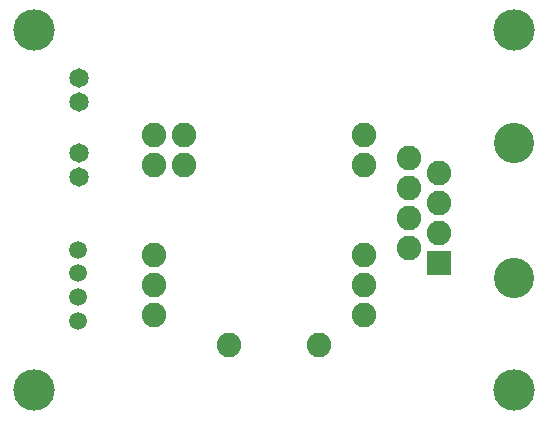
<source format=gts>
G75*
G70*
%OFA0B0*%
%FSLAX24Y24*%
%IPPOS*%
%LPD*%
%AMOC8*
5,1,8,0,0,1.08239X$1,22.5*
%
%ADD10C,0.0820*%
%ADD11R,0.0820X0.0820*%
%ADD12C,0.1340*%
%ADD13C,0.0596*%
%ADD14C,0.1380*%
%ADD15C,0.0650*%
D10*
X012150Y012500D03*
X009650Y013500D03*
X009650Y014500D03*
X009650Y015500D03*
X009650Y018500D03*
X010650Y018500D03*
X010650Y019500D03*
X009650Y019500D03*
X016650Y019500D03*
X018150Y018750D03*
X019150Y018250D03*
X018150Y017750D03*
X019150Y017250D03*
X018150Y016750D03*
X019150Y016250D03*
X018150Y015750D03*
X016650Y015500D03*
X016650Y014500D03*
X016650Y013500D03*
X015150Y012500D03*
X016650Y018500D03*
D11*
X019150Y015250D03*
D12*
X021650Y014750D03*
X021650Y019250D03*
D13*
X007119Y015681D03*
X007119Y014894D03*
X007119Y014106D03*
X007119Y013319D03*
D14*
X005650Y011000D03*
X021650Y011000D03*
X021650Y023000D03*
X005650Y023000D03*
D15*
X007150Y021394D03*
X007150Y020606D03*
X007150Y018894D03*
X007150Y018106D03*
M02*

</source>
